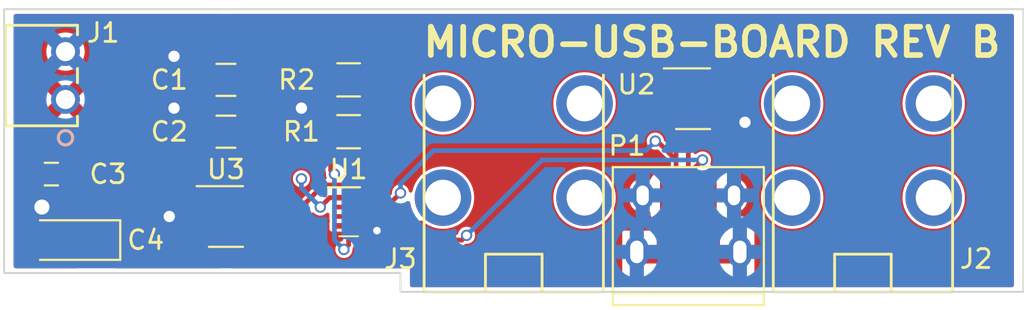
<source format=kicad_pcb>
(kicad_pcb (version 20221018) (generator pcbnew)
  (layers (0 "F.Cu" signal) (31 "B.Cu" signal) (34 "B.Paste" user) (35 "F.Paste" user) (36 "B.SilkS" user "B.Silkscreen") (37 "F.SilkS" user "F.Silkscreen") (38 "B.Mask" user) (39 "F.Mask" user) (44 "Edge.Cuts" user))
  (net 0 "")
  (net 1 "GND")
  (net 2 "+5V")
  (net 3 "Net-(P1-Pad2)")
  (net 4 "Net-(P1-Pad3)")
  (net 5 "Net-(P1-Pad4)")
  (net 6 "Net-(R1-Pad2)")
  (net 7 "Net-(U1-Pad1)")
  (net 8 "Net-(U1-Pad2)")
  (net 9 "Net-(U1-Pad3)")
  (net 10 "Net-(U1-Pad4)")
  (net 11 "Net-(U2-Pad2)")
  (net 12 "Net-(U3-Pad3)")
  (net 13 "Net-(J2-Pad1)")
  (net 14 "Net-(J3-Pad1)")
  (net 15 "/CHG_DET")
  (net 16 "/VBUS")
  (footprint "Capacitors_SMD:C_0805" (layer "F.Cu") (at 125.75 104)
    (fp_text reference "C1" (at -3 0) (layer "F.SilkS"))
    (fp_text value "10uF")
    (fp_line (start -0.5 0.85) (end 0.5 0.85) (stroke (width 0.12)) (layer "F.SilkS"))
    (fp_line (start 0.5 -0.85) (end -0.5 -0.85) (stroke (width 0.12)) (layer "F.SilkS"))
    (pad "1" smd rect (at -1 0) (size 1 1.25) (layers "F.Cu" "F.Paste" "F.Mask") (net 1 "GND"))
    (pad "2" smd rect (at 1 0) (size 1 1.25) (layers "F.Cu" "F.Paste" "F.Mask") (net 16 "/VBUS"))
  )
  (footprint "Capacitors_SMD:C_0805" (layer "F.Cu") (at 125.75 106.75 180)
    (fp_text reference "C2" (at 3 0 180) (layer "F.SilkS"))
    (fp_text value "1uF")
    (fp_line (start -0.5 0.85) (end 0.5 0.85) (stroke (width 0.12)) (layer "F.SilkS"))
    (fp_line (start 0.5 -0.85) (end -0.5 -0.85) (stroke (width 0.12)) (layer "F.SilkS"))
    (pad "1" smd rect (at -1 0 180) (size 1 1.25) (layers "F.Cu" "F.Paste" "F.Mask") (net 16 "/VBUS"))
    (pad "2" smd rect (at 1 0 180) (size 1 1.25) (layers "F.Cu" "F.Paste" "F.Mask") (net 1 "GND"))
  )
  (footprint "Capacitors_SMD:C_0603" (layer "F.Cu") (at 116.5 109)
    (fp_text reference "C3" (at 3 0) (layer "F.SilkS"))
    (fp_text value ".1uF")
    (fp_line (start -0.35 -0.6) (end 0.35 -0.6) (stroke (width 0.12)) (layer "F.SilkS"))
    (fp_line (start 0.35 0.6) (end -0.35 0.6) (stroke (width 0.12)) (layer "F.SilkS"))
    (pad "1" smd rect (at -0.75 0) (size 0.8 0.75) (layers "F.Cu" "F.Paste" "F.Mask") (net 1 "GND"))
    (pad "2" smd rect (at 0.75 0) (size 0.8 0.75) (layers "F.Cu" "F.Paste" "F.Mask") (net 2 "+5V"))
  )
  (footprint "Capacitors_Tantalum_SMD:CP_Tantalum_Case-A_EIA-3216-18_Reflow" (layer "F.Cu") (at 117.5 112.5 180)
    (fp_text reference "C4" (at -4 0) (layer "F.SilkS"))
    (fp_text value "100uF")
    (fp_line (start -2.65 -1.05) (end -2.65 1.05) (stroke (width 0.12)) (layer "F.SilkS"))
    (fp_line (start -2.65 -1.05) (end 1.6 -1.05) (stroke (width 0.12)) (layer "F.SilkS"))
    (fp_line (start -2.65 1.05) (end 1.6 1.05) (stroke (width 0.12)) (layer "F.SilkS"))
    (pad "1" smd rect (at -1.375 0 180) (size 1.95 1.5) (layers "F.Cu" "F.Paste" "F.Mask") (net 2 "+5V"))
    (pad "2" smd rect (at 1.375 0 180) (size 1.95 1.5) (layers "F.Cu" "F.Paste" "F.Mask") (net 1 "GND"))
  )
  (footprint "640455-2:640455-2" (layer "F.Cu") (at 117.25 102.5 90)
    (fp_text reference "J1" (at 1 2 180) (layer "F.SilkS"))
    (fp_text value "640455-2")
    (fp_circle (center -4.572 0) (end -4.191 0) (stroke (width 0.1524)) (fill none) (layer "B.SilkS"))
    (fp_line (start -3.937 -3.175) (end -3.937 0.635) (stroke (width 0.1524)) (layer "F.SilkS"))
    (fp_line (start -3.937 0.635) (end -3.431757 0.635) (stroke (width 0.1524)) (layer "F.SilkS"))
    (fp_line (start -1.648243 0.635) (end -0.891757 0.635) (stroke (width 0.1524)) (layer "F.SilkS"))
    (fp_line (start 0.891757 0.635) (end 1.397 0.635) (stroke (width 0.1524)) (layer "F.SilkS"))
    (fp_line (start 1.397 -3.175) (end -3.937 -3.175) (stroke (width 0.1524)) (layer "F.SilkS"))
    (fp_line (start 1.397 0.635) (end 1.397 -3.175) (stroke (width 0.1524)) (layer "F.SilkS"))
    (fp_circle (center -4.572 0) (end -4.191 0) (stroke (width 0.1524)) (fill none) (layer "F.SilkS"))
    (pad "1" thru_hole circle (at -2.54 0 90) (size 1.524 1.524) (drill 1.016) (layers "*.Cu" "*.Mask") (net 2 "+5V"))
    (pad "2" thru_hole circle (at 0 0 90) (size 1.524 1.524) (drill 1.016) (layers "*.Cu" "*.Mask") (net 1 "GND"))
  )
  (footprint "Connectors:USB_Micro-B_10103594-0001LF" (layer "F.Cu") (at 150.25 111.75)
    (fp_text reference "P1" (at -3.25 -4.25) (layer "F.SilkS"))
    (fp_text value "USB_OTG")
    (fp_line (start -4 -3.12) (end 4 -3.12) (stroke (width 0.12)) (layer "F.SilkS"))
    (fp_line (start -4 4.2) (end -4 -3.12) (stroke (width 0.12)) (layer "F.SilkS"))
    (fp_line (start -4 4.2) (end 4 4.2) (stroke (width 0.12)) (layer "F.SilkS"))
    (fp_line (start 4 -3.12) (end 4 4.2) (stroke (width 0.12)) (layer "F.SilkS"))
    (fp_line (start 4 3.58) (end -4 3.58) (stroke (width 0.12)) (layer "F.SilkS"))
    (pad "1" smd rect (at -1.3 -1.5 90) (size 1.65 0.4) (layers "F.Cu" "F.Paste" "F.Mask") (net 16 "/VBUS"))
    (pad "2" smd rect (at -0.65 -1.5 90) (size 1.65 0.4) (layers "F.Cu" "F.Paste" "F.Mask") (net 3 "Net-(P1-Pad2)"))
    (pad "3" smd rect (at 0 -1.5 90) (size 1.65 0.4) (layers "F.Cu" "F.Paste" "F.Mask") (net 4 "Net-(P1-Pad3)"))
    (pad "4" smd rect (at 0.65 -1.5 90) (size 1.65 0.4) (layers "F.Cu" "F.Paste" "F.Mask") (net 5 "Net-(P1-Pad4)"))
    (pad "5" smd rect (at 1.3 -1.5 90) (size 1.65 0.4) (layers "F.Cu" "F.Paste" "F.Mask") (net 1 "GND"))
    (pad "6" thru_hole oval (at -2.73 1.38 90) (size 1.7 1.2) (drill oval 1.2 0.7) (layers "*.Cu" "*.Mask") (net 1 "GND"))
    (pad "6" thru_hole oval (at -2.42 -1.62 90) (size 1.5 1.1) (drill oval 1.05 0.65) (layers "*.Cu" "*.Mask") (net 1 "GND"))
    (pad "6" smd rect (at -0.96 1.62 90) (size 2.5 1.43) (layers "F.Cu" "F.Paste" "F.Mask") (net 1 "GND"))
    (pad "6" smd rect (at 0.96 1.62 90) (size 2.5 1.43) (layers "F.Cu" "F.Paste" "F.Mask") (net 1 "GND"))
    (pad "6" thru_hole oval (at 2.42 -1.62 90) (size 1.5 1.1) (drill oval 1.05 0.65) (layers "*.Cu" "*.Mask") (net 1 "GND"))
    (pad "6" thru_hole oval (at 2.73 1.38 90) (size 1.7 1.2) (drill oval 1.2 0.7) (layers "*.Cu" "*.Mask") (net 1 "GND"))
  )
  (footprint "Resistors_SMD:R_0805" (layer "F.Cu") (at 132.25 106.75 180)
    (fp_text reference "R1" (at 2.5 0 180) (layer "F.SilkS"))
    (fp_text value "100K")
    (fp_line (start -0.6 -0.88) (end 0.6 -0.88) (stroke (width 0.12)) (layer "F.SilkS"))
    (fp_line (start 0.6 0.88) (end -0.6 0.88) (stroke (width 0.12)) (layer "F.SilkS"))
    (pad "1" smd rect (at -0.95 0 180) (size 0.7 1.3) (layers "F.Cu" "F.Paste" "F.Mask") (net 16 "/VBUS"))
    (pad "2" smd rect (at 0.95 0 180) (size 0.7 1.3) (layers "F.Cu" "F.Paste" "F.Mask") (net 6 "Net-(R1-Pad2)"))
  )
  (footprint "Resistors_SMD:R_0805" (layer "F.Cu") (at 132.25 104 180)
    (fp_text reference "R2" (at 2.75 0 180) (layer "F.SilkS"))
    (fp_text value "100K")
    (fp_line (start -0.6 -0.88) (end 0.6 -0.88) (stroke (width 0.12)) (layer "F.SilkS"))
    (fp_line (start 0.6 0.88) (end -0.6 0.88) (stroke (width 0.12)) (layer "F.SilkS"))
    (pad "1" smd rect (at -0.95 0 180) (size 0.7 1.3) (layers "F.Cu" "F.Paste" "F.Mask") (net 15 "/CHG_DET"))
    (pad "2" smd rect (at 0.95 0 180) (size 0.7 1.3) (layers "F.Cu" "F.Paste" "F.Mask") (net 1 "GND"))
  )
  (footprint "Texas:Texas_R_PUQFN-N10" (layer "F.Cu") (at 132.25 111)
    (fp_text reference "U1" (at 0 -2.25) (layer "F.SilkS"))
    (fp_text value "BQ24392")
    (fp_line (start 0.5 1.3) (end -0.5 1.3) (stroke (width 0.1)) (layer "F.SilkS"))
    (fp_line (start 0.6 -1.3) (end -1.09 -1.3) (stroke (width 0.12)) (layer "F.SilkS"))
    (pad "1" smd rect (at -0.575 -0.75 270) (size 0.3 0.58) (layers "F.Cu" "F.Paste" "F.Mask") (net 7 "Net-(U1-Pad1)") (clearance -0.25))
    (pad "2" smd rect (at -0.575 -0.25 270) (size 0.25 0.58) (layers "F.Cu" "F.Paste" "F.Mask") (net 8 "Net-(U1-Pad2)") (clearance -0.25))
    (pad "3" smd rect (at -0.575 0.25 270) (size 0.25 0.58) (layers "F.Cu" "F.Paste" "F.Mask") (net 9 "Net-(U1-Pad3)") (clearance -0.25))
    (pad "4" smd rect (at -0.575 0.75 270) (size 0.3 0.58) (layers "F.Cu" "F.Paste" "F.Mask") (net 10 "Net-(U1-Pad4)") (clearance -0.25))
    (pad "5" smd rect (at 0 0.86 270) (size 0.63 0.35) (layers "F.Cu" "F.Paste" "F.Mask") (net 6 "Net-(R1-Pad2)") (clearance -0.25))
    (pad "6" smd rect (at 0.575 0.75 270) (size 0.3 0.58) (layers "F.Cu" "F.Paste" "F.Mask") (net 1 "GND") (clearance -0.25))
    (pad "7" smd rect (at 0.575 0.25 270) (size 0.25 0.58) (layers "F.Cu" "F.Paste" "F.Mask") (net 4 "Net-(P1-Pad3)") (clearance -0.25))
    (pad "8" smd rect (at 0.575 -0.25 270) (size 0.25 0.58) (layers "F.Cu" "F.Paste" "F.Mask") (net 3 "Net-(P1-Pad2)") (clearance -0.25))
    (pad "9" smd rect (at 0.575 -0.75 270) (size 0.3 0.58) (layers "F.Cu" "F.Paste" "F.Mask") (net 16 "/VBUS") (clearance -0.25))
    (pad "10" smd rect (at 0 -0.86 270) (size 0.63 0.35) (layers "F.Cu" "F.Paste" "F.Mask") (net 15 "/CHG_DET") (clearance -0.25))
  )
  (footprint "TO_SOT_Packages_SMD:SOT-23-5" (layer "F.Cu") (at 150.5 105)
    (fp_text reference "U2" (at -3 -0.75) (layer "F.SilkS"))
    (fp_text value "TPD2E001")
    (fp_line (start -0.9 1.61) (end 0.9 1.61) (stroke (width 0.12)) (layer "F.SilkS"))
    (fp_line (start 0.9 -1.61) (end -1.55 -1.61) (stroke (width 0.12)) (layer "F.SilkS"))
    (pad "1" smd rect (at -1.1 -0.95) (size 1.06 0.65) (layers "F.Cu" "F.Paste" "F.Mask") (net 16 "/VBUS"))
    (pad "2" smd rect (at -1.1 0) (size 1.06 0.65) (layers "F.Cu" "F.Paste" "F.Mask") (net 11 "Net-(U2-Pad2)"))
    (pad "3" smd rect (at -1.1 0.95) (size 1.06 0.65) (layers "F.Cu" "F.Paste" "F.Mask") (net 3 "Net-(P1-Pad2)"))
    (pad "4" smd rect (at 1.1 0.95) (size 1.06 0.65) (layers "F.Cu" "F.Paste" "F.Mask") (net 1 "GND"))
    (pad "5" smd rect (at 1.1 -0.95) (size 1.06 0.65) (layers "F.Cu" "F.Paste" "F.Mask") (net 4 "Net-(P1-Pad3)"))
  )
  (footprint "TO_SOT_Packages_SMD:SOT-23-5" (layer "F.Cu") (at 125.75 111.25)
    (fp_text reference "U3" (at 0 -2.5) (layer "F.SilkS"))
    (fp_text value "AP22811A")
    (fp_line (start -0.9 1.61) (end 0.9 1.61) (stroke (width 0.12)) (layer "F.SilkS"))
    (fp_line (start 0.9 -1.61) (end -1.55 -1.61) (stroke (width 0.12)) (layer "F.SilkS"))
    (pad "1" smd rect (at -1.1 -0.95) (size 1.06 0.65) (layers "F.Cu" "F.Paste" "F.Mask") (net 2 "+5V"))
    (pad "2" smd rect (at -1.1 0) (size 1.06 0.65) (layers "F.Cu" "F.Paste" "F.Mask") (net 1 "GND"))
    (pad "3" smd rect (at -1.1 0.95) (size 1.06 0.65) (layers "F.Cu" "F.Paste" "F.Mask") (net 12 "Net-(U3-Pad3)"))
    (pad "4" smd rect (at 1.1 0.95) (size 1.06 0.65) (layers "F.Cu" "F.Paste" "F.Mask") (net 15 "/CHG_DET"))
    (pad "5" smd rect (at 1.1 -0.95) (size 1.06 0.65) (layers "F.Cu" "F.Paste" "F.Mask") (net 16 "/VBUS"))
  )
  (footprint "Keystone:7790-ScrewTerm-M3" (layer "F.Cu") (at 159.5 115.25)
    (fp_text reference "J2" (at 6 -1.75) (layer "F.SilkS"))
    (fp_text value "Keystone-7790")
    (fp_line (start -4.75 0) (end -4.75 -11.5) (stroke (width 0.15)) (layer "F.SilkS"))
    (fp_line (start -4.75 0) (end 4.75 0) (stroke (width 0.15)) (layer "F.SilkS"))
    (fp_line (start -1.5 -2) (end 1.5 -2) (stroke (width 0.15)) (layer "F.SilkS"))
    (fp_line (start -1.5 0) (end -1.5 -2) (stroke (width 0.15)) (layer "F.SilkS"))
    (fp_line (start 1.5 -2) (end 1.5 0) (stroke (width 0.15)) (layer "F.SilkS"))
    (fp_line (start 4.75 0) (end 4.75 -11.5) (stroke (width 0.15)) (layer "F.SilkS"))
    (pad "1" thru_hole circle (at -3.75 -5) (size 3 3) (drill 1.9) (layers "*.Cu" "*.Mask") (net 13 "Net-(J2-Pad1)"))
    (pad "3" thru_hole circle (at -3.75 -10) (size 3 3) (drill 1.9) (layers "*.Cu" "*.Mask"))
    (pad "4" thru_hole circle (at 3.75 -10) (size 3 3) (drill 1.9) (layers "*.Cu" "*.Mask"))
    (pad "5" thru_hole circle (at 3.75 -5) (size 3 3) (drill 1.9) (layers "*.Cu" "*.Mask"))
  )
  (footprint "Keystone:7790-ScrewTerm-M3" (layer "F.Cu") (at 141 115.25)
    (fp_text reference "J3" (at -6 -1.75) (layer "F.SilkS"))
    (fp_text value "Keystone-7790")
    (fp_line (start -4.75 0) (end -4.75 -11.5) (stroke (width 0.15)) (layer "F.SilkS"))
    (fp_line (start -4.75 0) (end 4.75 0) (stroke (width 0.15)) (layer "F.SilkS"))
    (fp_line (start -1.5 -2) (end 1.5 -2) (stroke (width 0.15)) (layer "F.SilkS"))
    (fp_line (start -1.5 0) (end -1.5 -2) (stroke (width 0.15)) (layer "F.SilkS"))
    (fp_line (start 1.5 -2) (end 1.5 0) (stroke (width 0.15)) (layer "F.SilkS"))
    (fp_line (start 4.75 0) (end 4.75 -11.5) (stroke (width 0.15)) (layer "F.SilkS"))
    (pad "1" thru_hole circle (at -3.75 -5) (size 3 3) (drill 1.9) (layers "*.Cu" "*.Mask") (net 14 "Net-(J3-Pad1)"))
    (pad "3" thru_hole circle (at -3.75 -10) (size 3 3) (drill 1.9) (layers "*.Cu" "*.Mask"))
    (pad "4" thru_hole circle (at 3.75 -10) (size 3 3) (drill 1.9) (layers "*.Cu" "*.Mask"))
    (pad "5" thru_hole circle (at 3.75 -5) (size 3 3) (drill 1.9) (layers "*.Cu" "*.Mask"))
  )
  (gr_line (start 114 100.25) (end 114 114.25) (stroke (width 0.1)) (layer "Edge.Cuts"))
  (gr_line (start 168 115.25) (end 168 100.25) (stroke (width 0.1)) (layer "Edge.Cuts"))
  (gr_line (start 154 115.25) (end 168 115.25) (stroke (width 0.1)) (layer "Edge.Cuts"))
  (gr_line (start 168 100.25) (end 114 100.25) (stroke (width 0.1)) (layer "Edge.Cuts"))
  (gr_line (start 135 115.25) (end 154 115.25) (stroke (width 0.1)) (layer "Edge.Cuts"))
  (gr_line (start 135 114.25) (end 135 115.25) (stroke (width 0.1)) (layer "Edge.Cuts"))
  (gr_line (start 114 114.25) (end 135 114.25) (stroke (width 0.1)) (layer "Edge.Cuts"))
  (gr_text "MICRO-USB-BOARD REV B" (at 151.5 102) (layer "F.SilkS") (effects (font (size 1.5 1.5) (thickness 0.3))))
  (segment (start 152.55 110.25) (end 152.67 110.13) (width 0.25) (layer "F.Cu") (net 1))
  (segment (start 151.55 108.95) (end 151.75 108.75) (width 0.25) (layer "F.Cu") (net 1))
  (segment (start 151.75 108.75) (end 152.5 108.75) (width 0.25) (layer "F.Cu") (net 1))
  (segment (start 152.5 108.75) (end 152.67 108.92) (width 0.25) (layer "F.Cu") (net 1))
  (segment (start 152.67 108.92) (end 152.67 110.13) (width 0.25) (layer "F.Cu") (net 1))
  (segment (start 151.55 111.3) (end 151.75 111.5) (width 0.25) (layer "F.Cu") (net 1))
  (segment (start 151.75 111.5) (end 152.5 111.5) (width 0.25) (layer "F.Cu") (net 1))
  (segment (start 152.5 111.5) (end 152.67 111.33) (width 0.25) (layer "F.Cu") (net 1))
  (segment (start 152.67 111.33) (end 152.67 110.13) (width 0.25) (layer "F.Cu") (net 1))
  (segment (start 124.25 104) (end 123 102.75) (width 0.5) (layer "F.Cu") (net 1))
  (segment (start 124.25 106.75) (end 123 105.5) (width 0.5) (layer "F.Cu") (net 1))
  (segment (start 116.125 110.875) (end 116 110.75) (width 0.5) (layer "F.Cu") (net 1))
  (segment (start 115.75 110.5) (end 115.75 109) (width 0.25) (layer "F.Cu") (net 1))
  (segment (start 129.8 105.5) (end 129.75 105.5) (width 0.5) (layer "F.Cu") (net 1))
  (segment (start 133.5 111.75) (end 133.75 112) (width 0.25) (layer "F.Cu") (net 1))
  (segment (start 152.74 113.37) (end 152.98 113.13) (width 0.75) (layer "F.Cu") (net 1))
  (segment (start 147.76 113.37) (end 147.52 113.13) (width 0.75) (layer "F.Cu") (net 1))
  (segment (start 152.95 105.95) (end 153.25 106.25) (width 0.5) (layer "F.Cu") (net 1))
  (segment (start 151.55 110.25) (end 152.55 110.25) (width 0.25) (layer "F.Cu") (net 1))
  (segment (start 151.55 110.25) (end 151.55 111.3) (width 0.25) (layer "F.Cu") (net 1))
  (segment (start 149.29 113.37) (end 147.76 113.37) (width 0.75) (layer "F.Cu") (net 1))
  (segment (start 116 110.75) (end 115.75 110.5) (width 0.25) (layer "F.Cu") (net 1))
  (segment (start 151.21 113.37) (end 152.74 113.37) (width 0.75) (layer "F.Cu") (net 1))
  (segment (start 124.65 111.25) (end 122.75 111.25) (width 0.5) (layer "F.Cu") (net 1))
  (segment (start 124.75 106.75) (end 124.25 106.75) (width 0.5) (layer "F.Cu") (net 1))
  (segment (start 116.125 112.5) (end 116.125 110.875) (width 0.5) (layer "F.Cu") (net 1))
  (segment (start 151.6 105.95) (end 152.95 105.95) (width 0.5) (layer "F.Cu") (net 1))
  (segment (start 132.825 111.75) (end 133.5 111.75) (width 0.25) (layer "F.Cu") (net 1))
  (segment (start 131.3 104) (end 129.8 105.5) (width 0.5) (layer "F.Cu") (net 1))
  (segment (start 124.75 104) (end 124.25 104) (width 0.5) (layer "F.Cu") (net 1))
  (segment (start 151.55 110.25) (end 151.55 108.95) (width 0.25) (layer "F.Cu") (net 1))
  (via (at 122.75 111.25) (size 1) (drill 0.6) (layers "F.Cu" "B.Cu") (net 1))
  (via (at 123 102.75) (size 1) (drill 0.6) (layers "F.Cu" "B.Cu") (net 1))
  (via (at 133.75 112) (size 0.6) (drill 0.4) (layers "F.Cu" "B.Cu") (net 1))
  (via (at 123 105.5) (size 1) (drill 0.6) (layers "F.Cu" "B.Cu") (net 1))
  (via (at 153.25 106.25) (size 1) (drill 0.6) (layers "F.Cu" "B.Cu") (net 1))
  (via (at 116 110.75) (size 1.2) (drill 0.8) (layers "F.Cu" "B.Cu") (net 1))
  (via (at 129.75 105.5) (size 1) (drill 0.6) (layers "F.Cu" "B.Cu") (net 1))
  (segment (start 149.6 107.1) (end 149.4 106.9) (width 0.25) (layer "F.Cu") (net 3))
  (segment (start 149.4 106.9) (end 149.4 105.95) (width 0.25) (layer "F.Cu") (net 3))
  (segment (start 149.6 109) (end 149.6 108.25) (width 0.25) (layer "F.Cu") (net 3))
  (segment (start 134.25 110.75) (end 135 110) (width 0.25) (layer "F.Cu") (net 3))
  (segment (start 149.6 109.1) (end 149.6 109) (width 0.25) (layer "F.Cu") (net 3))
  (segment (start 149.6 108.25) (end 149.6 107.1) (width 0.25) (layer "F.Cu") (net 3))
  (segment (start 148.6 107.25) (end 148.5 107.25) (width 0.25) (layer "F.Cu") (net 3))
  (segment (start 132.825 110.75) (end 133.75 110.75) (width 0.25) (layer "F.Cu") (net 3))
  (segment (start 149.6 108.25) (end 148.6 107.25) (width 0.25) (layer "F.Cu") (net 3))
  (segment (start 133.75 110.75) (end 134.25 110.75) (width 0.25) (layer "F.Cu") (net 3))
  (segment (start 149.6 110.25) (end 149.6 109) (width 0.25) (layer "F.Cu") (net 3))
  (via (at 148.5 107.25) (size 0.6) (drill 0.4) (layers "F.Cu" "B.Cu") (net 3))
  (via (at 135 110) (size 0.6) (drill 0.4) (layers "F.Cu" "B.Cu") (net 3))
  (segment (start 135 110) (end 135 109.5) (width 0.25) (layer "B.Cu") (net 3))
  (segment (start 135 109.5) (end 136.5 108) (width 0.25) (layer "B.Cu") (net 3))
  (segment (start 148.5 107.25) (end 148 107.75) (width 0.25) (layer "B.Cu") (net 3))
  (segment (start 148 107.75) (end 136.75 107.75) (width 0.25) (layer "B.Cu") (net 3))
  (segment (start 136.75 107.75) (end 136.5 108) (width 0.25) (layer "B.Cu") (net 3))
  (segment (start 150.25 107.25) (end 150.5 107) (width 0.25) (layer "F.Cu") (net 4))
  (segment (start 150.5 107) (end 150.5 105.5) (width 0.25) (layer "F.Cu") (net 4))
  (segment (start 150.5 105.5) (end 151.6 104.4) (width 0.25) (layer "F.Cu") (net 4))
  (segment (start 151.6 104.4) (end 151.6 104.05) (width 0.25) (layer "F.Cu") (net 4))
  (segment (start 135.25 111.25) (end 136.5 112.5) (width 0.25) (layer "F.Cu") (net 4))
  (segment (start 138.25 112.5) (end 138.5 112.25) (width 0.25) (layer "F.Cu") (net 4))
  (segment (start 150.25 109) (end 150.25 107.25) (width 0.25) (layer "F.Cu") (net 4))
  (segment (start 136.5 112.5) (end 138.25 112.5) (width 0.25) (layer "F.Cu") (net 4))
  (segment (start 132.825 111.25) (end 135.25 111.25) (width 0.25) (layer "F.Cu") (net 4))
  (segment (start 150.25 110.25) (end 150.25 109) (width 0.25) (layer "F.Cu") (net 4))
  (segment (start 151 108.25) (end 150.25 109) (width 0.25) (layer "F.Cu") (net 4))
  (via (at 138.5 112.25) (size 0.6) (drill 0.4) (layers "F.Cu" "B.Cu") (net 4))
  (via (at 151 108.25) (size 0.6) (drill 0.4) (layers "F.Cu" "B.Cu") (net 4))
  (segment (start 138.5 112.25) (end 142.5 108.25) (width 0.25) (layer "B.Cu") (net 4))
  (segment (start 142.5 108.25) (end 145.25 108.25) (width 0.25) (layer "B.Cu") (net 4))
  (segment (start 145.25 108.25) (end 151 108.25) (width 0.25) (layer "B.Cu") (net 4))
  (segment (start 132.25 112.75) (end 132 113) (width 0.25) (layer "F.Cu") (net 6))
  (segment (start 131.5 109) (end 131.3 108.8) (width 0.25) (layer "F.Cu") (net 6))
  (segment (start 132.25 111.86) (end 132.25 112.75) (width 0.25) (layer "F.Cu") (net 6))
  (segment (start 131.3 108.8) (end 131.3 106.75) (width 0.25) (layer "F.Cu") (net 6))
  (via (at 131.5 109) (size 0.6) (drill 0.4) (layers "F.Cu" "B.Cu") (net 6))
  (via (at 132 113) (size 0.6) (drill 0.4) (layers "F.Cu" "B.Cu") (net 6))
  (segment (start 132 113) (end 131.5 112.5) (width 0.25) (layer "B.Cu") (net 6))
  (segment (start 131.5 112.5) (end 131.5 109) (width 0.25) (layer "B.Cu") (net 6))
  (segment (start 131.25 110.25) (end 130.75 110.75) (width 0.25) (layer "F.Cu") (net 7))
  (segment (start 131.675 110.25) (end 131.25 110.25) (width 0.25) (layer "F.Cu") (net 7))
  (via (at 129.75 109.25) (size 0.6) (drill 0.4) (layers "F.Cu" "B.Cu") (net 7))
  (via (at 130.75 110.75) (size 0.6) (drill 0.4) (layers "F.Cu" "B.Cu") (net 7))
  (segment (start 130.75 110.75) (end 129.75 109.75) (width 0.25) (layer "B.Cu") (net 7))
  (segment (start 129.75 109.75) (end 129.75 109.25) (width 0.25) (layer "B.Cu") (net 7))
  (segment (start 132.25 105.75) (end 133.2 104.8) (width 0.25) (layer "F.Cu") (net 15))
  (segment (start 133.2 104.8) (end 133.2 104) (width 0.25) (layer "F.Cu") (net 15))
  (segment (start 128.8 112.2) (end 130 111) (width 0.25) (layer "F.Cu") (net 15))
  (segment (start 130 111) (end 130 110.5) (width 0.25) (layer "F.Cu") (net 15))
  (segment (start 130 110.5) (end 130.924999 109.575001) (width 0.25) (layer "F.Cu") (net 15))
  (segment (start 130.924999 109.575001) (end 131.924999 109.575001) (width 0.25) (layer "F.Cu") (net 15))
  (segment (start 132.25 109.900002) (end 132.25 110) (width 0.25) (layer "F.Cu") (net 15))
  (segment (start 132.25 109.25) (end 132.25 105.75) (width 0.25) (layer "F.Cu") (net 15))
  (segment (start 131.924999 109.575001) (end 132.25 109.900002) (width 0.25) (layer "F.Cu") (net 15))
  (segment (start 126.85 112.2) (end 128.8 112.2) (width 0.25) (layer "F.Cu") (net 15))
  (segment (start 126.85 112.2) (end 127.055 112.2) (width 0.25) (layer "F.Cu") (net 15))
  (segment (start 132.25 110.14) (end 132.25 110) (width 0.25) (layer "F.Cu") (net 15))
  (segment (start 132.25 110) (end 132.25 109.25) (width 0.25) (layer "F.Cu") (net 15))
  (zone (net 16) (net_name "/VBUS") (layer "F.Cu") (connect_pads (clearance 0.15)) (min_thickness 0.2) (fill yes (thermal_gap 0.508) (thermal_bridge_width 0.75))
    (polygon (pts (xy 167.5 115) (xy 135.5 115) (xy 135.5 114) (xy 125.95 114) (xy 125.95 100.5) (xy 167.5 100.5)))
  )
  (zone (net 2) (net_name "+5V") (layer "F.Cu") (connect_pads (clearance 0.25)) (min_thickness 0.25) (fill yes (thermal_gap 0.508) (thermal_bridge_width 0.75))
    (polygon (pts (xy 125.55 114) (xy 114.5 114) (xy 114.5 100.5) (xy 125.55 100.5)))
  )
  (zone (net 0) (net_name "") (layer "F.Cu") (connect_pads (clearance 0)) (min_thickness 0.2)
    (keepout (tracks allowed) (vias allowed) (pads allowed) (copperpour not_allowed) (footprints allowed))
    (fill yes (thermal_gap 0.508) (thermal_bridge_width 0.75))
    (polygon (pts (xy 153.75 115) (xy 146.75 115) (xy 146.75 112) (xy 149.25 112) (xy 149.25 111.25) (xy 153.75 111.25)))
  )
  (zone (net 1) (net_name "GND") (layer "B.Cu") (connect_pads (clearance 0.25)) (min_thickness 0.254) (fill yes (thermal_gap 0.508) (thermal_bridge_width 0.75))
    (polygon (pts (xy 167.5 115) (xy 135.5 115) (xy 135.5 114) (xy 114.5 114) (xy 114.5 100.5) (xy 167.5 100.5)))
  )
)
</source>
